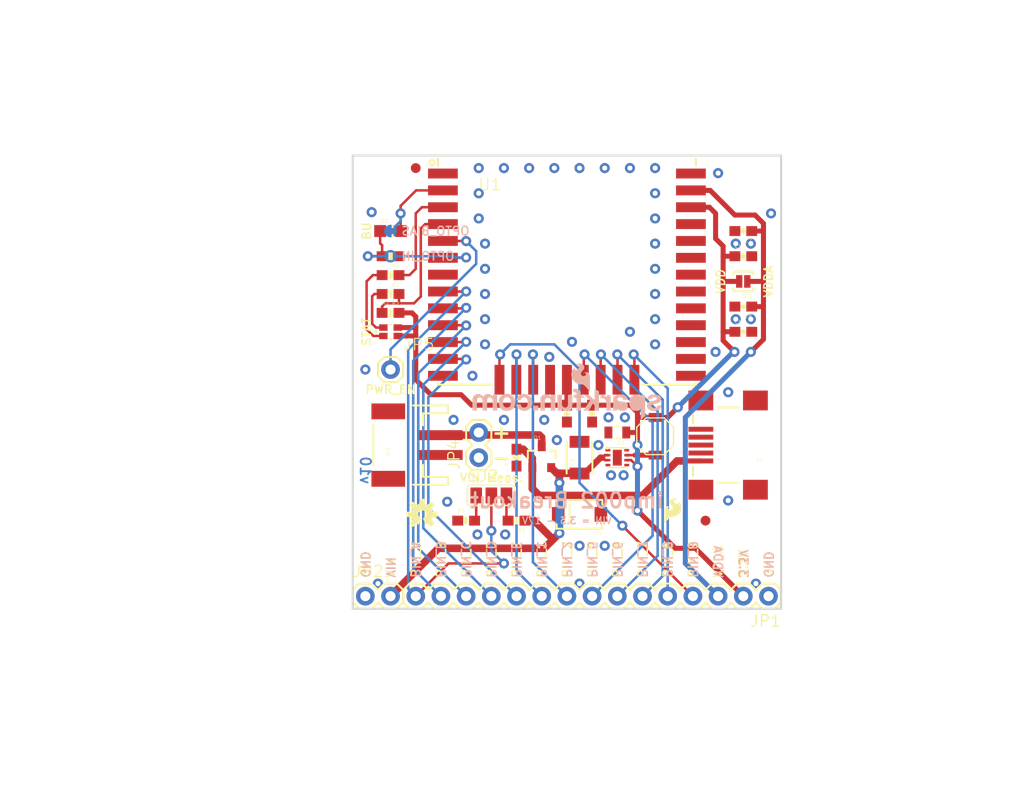
<source format=kicad_pcb>
(kicad_pcb (version 20211014) (generator pcbnew)
  (layers (0 "F.Cu" signal) (1 "In1.Cu" signal) (2 "In2.Cu" signal) (31 "B.Cu" signal) (34 "B.Paste" user) (35 "F.Paste" user) (36 "B.SilkS" user "B.Silkscreen") (37 "F.SilkS" user "F.Silkscreen") (38 "B.Mask" user) (39 "F.Mask" user) (44 "Edge.Cuts" user))
  (net 0 "")
  (net 1 "GND")
  (net 2 "3.3V")
  (net 3 "VIN")
  (net 4 "N$1")
  (net 5 "VBAT")
  (net 6 "PIN_1")
  (net 7 "PIN_2")
  (net 8 "PIN_5")
  (net 9 "PIN_6")
  (net 10 "PIN_7")
  (net 11 "PIN_8")
  (net 12 "PIN_9")
  (net 13 "PIN_A")
  (net 14 "PIN_B")
  (net 15 "PIN_C")
  (net 16 "PIN_D")
  (net 17 "PIN_E")
  (net 18 "VDDA")
  (net 19 "N$4")
  (net 20 "N$5")
  (net 21 "LED_R")
  (net 22 "LED_G")
  (net 23 "OPTO_BIAS")
  (net 24 "OPTO_IN")
  (net 25 "POWER_EN")
  (net 26 "N$2")
  (net 27 "N$6")
  (net 28 "N$7")
  (footprint "boardEagle:1X02" (layer "F.Cu") (at 139.6111 112.6236 90)
    (fp_text reference "JP4")
    (fp_text value "M02PTH")
  )
  (footprint "boardEagle:STAND-OFF" (layer "F.Cu") (at 167.5511 120.2436)
    (fp_text reference "STANDOFF4" hide)
    (fp_text value "STAND-OFF" hide)
  )
  (footprint "boardEagle:0603-CAP" (layer "F.Cu") (at 148.5011 108.1786 -90)
    (fp_text reference "C3")
    (fp_text value "100pF")
  )
  (footprint "boardEagle:1X01" (layer "F.Cu") (at 130.7211 103.7336)
    (fp_text reference "JP5")
    (fp_text value "M01PTH")
  )
  (footprint "boardEagle:0603-RES" (layer "F.Cu") (at 130.7211 92.3036 180)
    (fp_text reference "R4")
    (fp_text value "33k")
  )
  (footprint "boardEagle:1X15" (layer "F.Cu") (at 168.8211 126.5936 180)
    (fp_text reference "JP1")
    (fp_text value "M15")
  )
  (footprint "boardEagle:PAD-JUMPER-3-NO_YES_SILK_FULL_BOX" (layer "F.Cu") (at 140.8811 116.4336)
    (fp_text reference "SJ2")
    (fp_text value "JUMPER-PAD-3-NOFULL_BOX_SILK")
  )
  (footprint "boardEagle:STAND-OFF" (layer "F.Cu") (at 167.5511 84.6836)
    (fp_text reference "STANDOFF2" hide)
    (fp_text value "STAND-OFF" hide)
  )
  (footprint "boardEagle:VLF4012A" (layer "F.Cu") (at 157.3911 110.4646 90)
    (fp_text reference "L1" hide)
    (fp_text value "2.2uH" hide)
  )
  (footprint "boardEagle:PAD-JUMPER-2-NC_BY_PASTE_YES_SILK" (layer "F.Cu") (at 166.2811 94.8436 180)
    (fp_text reference "SJ1")
    (fp_text value "JUMPER-PAD-2-NC_BY_PASTE")
  )
  (footprint "boardEagle:SMA-DIODE" (layer "F.Cu") (at 149.7711 118.3386 180)
    (fp_text reference "D1")
    (fp_text value "MBRA140")
  )
  (footprint "boardEagle:0603-RES" (layer "F.Cu") (at 130.7211 98.0186)
    (fp_text reference "R7")
    (fp_text value "10K")
  )
  (footprint "boardEagle:0603-CAP" (layer "F.Cu") (at 166.2811 97.3836 180)
    (fp_text reference "C8")
    (fp_text value "DNP")
  )
  (footprint "boardEagle:WSON-8-PAD" (layer "F.Cu") (at 153.5811 112.6236 -90)
    (fp_text reference "U2" hide)
    (fp_text value "TPS62172" hide)
  )
  (footprint "boardEagle:LTST-C195KGJRKT" (layer "F.Cu") (at 130.7211 99.9236 -90)
    (fp_text reference "D2" hide)
    (fp_text value "LED-RGLTST-C195KGJRKT" hide)
  )
  (footprint "boardEagle:1X02" (layer "F.Cu") (at 128.1811 126.5936)
    (fp_text reference "JP2")
    (fp_text value "M02PTH")
  )
  (footprint "boardEagle:0603-RES" (layer "F.Cu") (at 143.4211 112.6236 90)
    (fp_text reference "R1")
    (fp_text value "100k")
  )
  (footprint "boardEagle:FIDUCIAL-1X2" (layer "F.Cu") (at 162.4711 118.9736)
    (fp_text reference "FID2" hide)
    (fp_text value "FIDUCIAL1X2" hide)
  )
  (footprint "boardEagle:1210" (layer "F.Cu") (at 149.7711 112.6236 90)
    (fp_text reference "C1")
    (fp_text value "10uF")
  )
  (footprint "boardEagle:JST-2-SMD" (layer "F.Cu") (at 131.9911 111.3536 90)
    (fp_text reference "JP3")
    (fp_text value "M02-JST-2MM-SMT")
  )
  (footprint "boardEagle:FIDUCIAL-1X2" (layer "F.Cu") (at 133.2611 83.4136)
    (fp_text reference "FID1" hide)
    (fp_text value "FIDUCIAL1X2" hide)
  )
  (footprint "boardEagle:STAND-OFF" (layer "F.Cu") (at 129.4511 120.2436)
    (fp_text reference "STANDOFF3" hide)
    (fp_text value "STAND-OFF" hide)
  )
  (footprint "boardEagle:SOT23-3" (layer "F.Cu") (at 145.9611 112.6236)
    (fp_text reference "Q1")
    (fp_text value "DMG2307L")
  )
  (footprint "boardEagle:0603-CAP" (layer "F.Cu") (at 166.2811 99.9236)
    (fp_text reference "C6")
    (fp_text value "1.0uF")
  )
  (footprint "boardEagle:PT17-21C-L41-TR8" (layer "F.Cu") (at 130.7211 89.7636 -90)
    (fp_text reference "Q2")
    (fp_text value "PT17-21C-L41-TR8")
  )
  (footprint "boardEagle:CREATIVE_COMMONS" (layer "F.Cu") (at 111.6711 144.3736)
    (fp_text reference "FRAME1" hide)
    (fp_text value "FRAME-LETTER" hide)
  )
  (footprint "boardEagle:0603-RES" (layer "F.Cu") (at 130.7211 96.1136 180)
    (fp_text reference "R2")
    (fp_text value "330")
  )
  (footprint "boardEagle:STAND-OFF" (layer "F.Cu") (at 129.4511 84.6836)
    (fp_text reference "STANDOFF1" hide)
    (fp_text value "STAND-OFF" hide)
  )
  (footprint "boardEagle:USB-MINIB" (layer "F.Cu") (at 164.5031 111.3536 180)
    (fp_text reference "X1")
    (fp_text value "USBSMD")
  )
  (footprint "boardEagle:0805" (layer "F.Cu") (at 153.5811 110.0836 180)
    (fp_text reference "C2")
    (fp_text value "22uF")
  )
  (footprint "boardEagle:0603-RES" (layer "F.Cu") (at 130.7211 94.2086 180)
    (fp_text reference "R3")
    (fp_text value "330")
  )
  (footprint "boardEagle:0603-RES" (layer "F.Cu") (at 138.3411 118.9736)
    (fp_text reference "R6")
    (fp_text value "62k")
  )
  (footprint "boardEagle:0603-CAP" (layer "F.Cu") (at 166.2811 92.3036)
    (fp_text reference "C5")
    (fp_text value "100pF")
  )
  (footprint "boardEagle:0603-CAP" (layer "F.Cu") (at 166.2811 89.7636 180)
    (fp_text reference "C7")
    (fp_text value "100pF")
  )
  (footprint "boardEagle:OSHW-LOGO-S" (layer "F.Cu") (at 133.8961 118.3386)
    (fp_text reference "LOGO1" hide)
    (fp_text value "OSHW-LOGOS" hide)
  )
  (footprint "boardEagle:SFE_LOGO_FLAME_.1" (layer "F.Cu") (at 158.0261 119.6086)
    (fp_text reference "LOGO2" hide)
    (fp_text value "SFE_LOGO_FLAME.1_INCH" hide)
  )
  (footprint "boardEagle:0603-RES" (layer "F.Cu") (at 143.4211 118.9736 180)
    (fp_text reference "R5")
    (fp_text value "33k")
  )
  (footprint "boardEagle:0603-CAP" (layer "F.Cu") (at 151.0411 108.1786 -90)
    (fp_text reference "C4")
    (fp_text value "1.0uF")
  )
  (footprint "boardEagle:ELECTRIC_IMP_IMP002" (layer "F.Cu") (at 148.5011 89.7636)
    (fp_text reference "U1")
    (fp_text value "imp002")
  )
  (footprint "boardEagle:PAD.03X.05" (layer "B.Cu") (at 130.7211 89.7636 180)
    (fp_text reference "TP1" hide)
    (fp_text value "TEST-POINT3X5" hide)
  )
  (footprint "boardEagle:PAD.03X.05" (layer "B.Cu") (at 130.7211 92.3036 180)
    (fp_text reference "TP2" hide)
    (fp_text value "TEST-POINT3X5" hide)
  )
  (footprint "boardEagle:SFE-NEW-WEBLOGO" (layer "B.Cu") (at 158.0261 108.8136 180)
    (fp_text reference "U$9" hide)
    (fp_text value "SFE_LOGO_NAME_WEB" hide)
  )
  (gr_line (start 170.0911 82.1436) (end 126.9111 82.1436) (layer "Edge.Cuts") (width 0.2032))
  (gr_line (start 126.9111 127.8636) (end 170.0911 127.8636) (layer "Edge.Cuts") (width 0.2032))
  (gr_line (start 170.0911 127.8636) (end 170.0911 82.1436) (layer "Edge.Cuts") (width 0.2032))
  (gr_line (start 126.9111 82.1436) (end 126.9111 127.8636) (layer "Edge.Cuts") (width 0.2032))
  (gr_text "v10" (at 128.1811 113.8936 -90) (layer "B.Cu") (effects (font (size 1.03632 1.03632) (thickness 0.18288)) (justify mirror)))
  (gr_text "PIN_6" (at 153.5811 124.8156 -90) (layer "B.SilkS") (effects (font (size 0.8636 0.8636) (thickness 0.1524)) (justify left mirror)))
  (gr_text "PIN_7" (at 156.1211 124.8156 -90) (layer "B.SilkS") (effects (font (size 0.8636 0.8636) (thickness 0.1524)) (justify left mirror)))
  (gr_text "PIN_E" (at 143.4211 124.8156 -90) (layer "B.SilkS") (effects (font (size 0.8636 0.8636) (thickness 0.1524)) (justify left mirror)))
  (gr_text "GND" (at 128.1811 124.8156 -90) (layer "B.SilkS") (effects (font (size 0.8636 0.8636) (thickness 0.1524)) (justify left mirror)))
  (gr_text "PIN_8" (at 158.6611 124.8156 -90) (layer "B.SilkS") (effects (font (size 0.8636 0.8636) (thickness 0.1524)) (justify left mirror)))
  (gr_text "PIN_D" (at 140.8811 124.8156 -90) (layer "B.SilkS") (effects (font (size 0.8636 0.8636) (thickness 0.1524)) (justify left mirror)))
  (gr_text "OPTO_BIAS" (at 131.7371 89.7636) (layer "B.SilkS") (effects (font (size 0.8636 0.8636) (thickness 0.1524)) (justify right mirror)))
  (gr_text "PIN_1" (at 145.9611 124.8156 -90) (layer "B.SilkS") (effects (font (size 0.8636 0.8636) (thickness 0.1524)) (justify left mirror)))
  (gr_text "imp002 Breakout" (at 148.5011 116.9416) (layer "B.SilkS") (effects (font (size 1.5113 1.5113) (thickness 0.2667)) (justify mirror)))
  (gr_text "VDDA" (at 163.7411 124.8156 -90) (layer "B.SilkS") (effects (font (size 0.8636 0.8636) (thickness 0.1524)) (justify left mirror)))
  (gr_text "PIN_C" (at 138.3411 124.8156 -90) (layer "B.SilkS") (effects (font (size 0.8636 0.8636) (thickness 0.1524)) (justify left mirror)))
  (gr_text "VIN" (at 130.7211 124.8156 -90) (layer "B.SilkS") (effects (font (size 0.8636 0.8636) (thickness 0.1524)) (justify left mirror)))
  (gr_text "PIN_A" (at 133.2611 124.8156 -90) (layer "B.SilkS") (effects (font (size 0.8636 0.8636) (thickness 0.1524)) (justify left mirror)))
  (gr_text "VIN = 3.3 - 17V" (at 148.5011 118.9736) (layer "B.SilkS") (effects (font (size 0.69088 0.69088) (thickness 0.12192)) (justify mirror)))
  (gr_text "3.3V" (at 166.2811 124.8156 -90) (layer "B.SilkS") (effects (font (size 0.8636 0.8636) (thickness 0.1524)) (justify left mirror)))
  (gr_text "PIN_2" (at 148.5011 124.8156 -90) (layer "B.SilkS") (effects (font (size 0.8636 0.8636) (thickness 0.1524)) (justify left mirror)))
  (gr_text "PIN_5" (at 151.0411 124.8156 -90) (layer "B.SilkS") (effects (font (size 0.8636 0.8636) (thickness 0.1524)) (justify left mirror)))
  (gr_text "OPTO_IN" (at 131.7371 92.3036) (layer "B.SilkS") (effects (font (size 0.8636 0.8636) (thickness 0.1524)) (justify right mirror)))
  (gr_text "GND" (at 168.8211 124.8156 -90) (layer "B.SilkS") (effects (font (size 0.8636 0.8636) (thickness 0.1524)) (justify left mirror)))
  (gr_text "PIN_B" (at 135.8011 124.8156 -90) (layer "B.SilkS") (effects (font (size 0.8636 0.8636) (thickness 0.1524)) (justify left mirror)))
  (gr_text "PIN_9" (at 161.2011 124.8156 -90) (layer "B.SilkS") (effects (font (size 0.8636 0.8636) (thickness 0.1524)) (justify left mirror)))
  (gr_text "PIN_8" (at 158.6611 124.8156 90) (layer "F.SilkS") (effects (font (size 0.8636 0.8636) (thickness 0.1524)) (justify left)))
  (gr_text "PIN_2" (at 148.5011 124.8156 90) (layer "F.SilkS") (effects (font (size 0.8636 0.8636) (thickness 0.1524)) (justify left)))
  (gr_text "PIN_7" (at 156.1211 124.8156 90) (layer "F.SilkS") (effects (font (size 0.8636 0.8636) (thickness 0.1524)) (justify left)))
  (gr_text "PIN_A" (at 133.2611 124.8156 90) (layer "F.SilkS") (effects (font (size 0.8636 0.8636) (thickness 0.1524)) (justify left)))
  (gr_text "PIN_D" (at 140.8811 124.8156 90) (layer "F.SilkS") (effects (font (size 0.8636 0.8636) (thickness 0.1524)) (justify left)))
  (gr_text "GND" (at 128.1811 124.8156 90) (layer "F.SilkS") (effects (font (size 0.8636 0.8636) (thickness 0.1524)) (justify left)))
  (gr_text "PWR_EN" (at 130.7211 106.2736) (layer "F.SilkS") (effects (font (size 0.8636 0.8636) (thickness 0.1524)) (justify bottom)))
  (gr_text "PIN_B" (at 135.8011 124.8156 90) (layer "F.SilkS") (effects (font (size 0.8636 0.8636) (thickness 0.1524)) (justify left)))
  (gr_text "PIN_9" (at 161.2011 124.8156 90) (layer "F.SilkS") (effects (font (size 0.8636 0.8636) (thickness 0.1524)) (justify left)))
  (gr_text "VDDA" (at 168.3131 94.8436 90) (layer "F.SilkS") (effects (font (size 0.8636 0.8636) (thickness 0.1524)) (justify top)))
  (gr_text "PIN_5" (at 151.0411 124.8156 90) (layer "F.SilkS") (effects (font (size 0.8636 0.8636) (thickness 0.1524)) (justify left)))
  (gr_text "VIN Meas." (at 140.8811 115.1636) (layer "F.SilkS") (effects (font (size 0.8636 0.8636) (thickness 0.1524)) (justify bottom)))
  (gr_text "BU" (at 128.8161 89.7636 90) (layer "F.SilkS") (effects (font (size 0.8636 0.8636) (thickness 0.1524)) (justify bottom)))
  (gr_text "+" (at 141.8971 110.9726) (layer "F.SilkS") (effects (font (size 1.5113 1.5113) (thickness 0.2667)) (justify bottom)))
  (gr_text "VDDA" (at 163.7411 124.8156 90) (layer "F.SilkS") (effects (font (size 0.8636 0.8636) (thickness 0.1524)) (justify left)))
  (gr_text "PIN_1" (at 145.9611 124.8156 90) (layer "F.SilkS") (effects (font (size 0.8636 0.8636) (thickness 0.1524)) (justify left)))
  (gr_text "GND" (at 168.8211 124.8156 90) (layer "F.SilkS") (effects (font (size 0.8636 0.8636) (thickness 0.1524)) (justify left)))
  (gr_text "PIN_6" (at 153.5811 124.8156 90) (layer "F.SilkS") (effects (font (size 0.8636 0.8636) (thickness 0.1524)) (justify left)))
  (gr_text "PIN_C" (at 138.3411 124.8156 90) (layer "F.SilkS") (effects (font (size 0.8636 0.8636) (thickness 0.1524)) (justify left)))
  (gr_text "3.3V" (at 166.2811 124.8156 90) (layer "F.SilkS") (effects (font (size 0.8636 0.8636) (thickness 0.1524)) (justify left)))
  (gr_text "VDD" (at 164.5031 94.8436 90) (layer "F.SilkS") (effects (font (size 0.8636 0.8636) (thickness 0.1524)) (justify bottom)))
  (gr_text "VIN" (at 130.7211 124.8156 90) (layer "F.SilkS") (effects (font (size 0.8636 0.8636) (thickness 0.1524)) (justify left)))
  (gr_text "PIN_E" (at 143.4211 124.8156 90) (layer "F.SilkS") (effects (font (size 0.8636 0.8636) (thickness 0.1524)) (justify left)))
  (gr_text "-" (at 141.8971 113.5126) (layer "F.SilkS") (effects (font (size 1.5113 1.5113) (thickness 0.2667)) (justify bottom)))
  (gr_text "STAT" (at 128.8161 99.9236 90) (layer "F.SilkS") (effects (font (size 0.8636 0.8636) (thickness 0.1524)) (justify bottom)))
  (via (at 165.5191 91.0336) (size 1.016) (drill 0.508) (layers "F.Cu" "B.Cu") (net 1))
  (via (at 139.6111 88.4936) (size 1.016) (drill 0.508) (layers "F.Cu" "B.Cu") (net 1))
  (via (at 140.2461 93.5736) (size 1.016) (drill 0.508) (layers "F.Cu" "B.Cu") (net 1))
  (via (at 151.6761 111.3536) (size 1.016) (drill 0.508) (layers "F.Cu" "B.Cu") (net 1))
  (via (at 149.7711 83.4136) (size 1.016) (drill 0.508) (layers "F.Cu" "B.Cu") (net 1))
  (via (at 137.0711 108.8136) (size 1.016) (drill 0.508) (layers "F.Cu" "B.Cu") (net 1))
  (via (at 163.7411 83.9216) (size 1.016) (drill 0.508) (layers "F.Cu" "B.Cu") (net 1))
  (via (at 157.3911 83.4136) (size 1.016) (drill 0.508) (layers "F.Cu" "B.Cu") (net 1))
  (via (at 169.0751 87.9856) (size 1.016) (drill 0.508) (layers "F.Cu" "B.Cu") (net 1))
  (via (at 136.4361 117.0686) (size 1.016) (drill 0.508) (layers "F.Cu" "B.Cu") (net 1))
  (via (at 144.6911 83.4136) (size 1.016) (drill 0.508) (layers "F.Cu" "B.Cu") (net 1))
  (via (at 140.2461 91.0336) (size 1.016) (drill 0.508) (layers "F.Cu" "B.Cu") (net 1))
  (via (at 164.7571 106.0196) (size 1.016) (drill 0.508) (layers "F.Cu" "B.Cu") (net 1))
  (via (at 157.3911 93.5736) (size 1.016) (drill 0.508) (layers "F.Cu" "B.Cu") (net 1))
  (via (at 149.0091 100.9396) (size 1.016) (drill 0.508) (layers "F.Cu" "B.Cu") (net 1))
  (via (at 152.6921 108.5596) (size 1.016) (drill 0.508) (layers "F.Cu" "B.Cu") (net 1))
  (via (at 142.1511 108.8136) (size 1.016) (drill 0.508) (layers "F.Cu" "B.Cu") (net 1))
  (via (at 146.2151 108.8136) (size 1.016) (drill 0.508) (layers "F.Cu" "B.Cu") (net 1))
  (via (at 167.5511 125.3236) (size 1.016) (drill 0.508) (layers "F.Cu" "B.Cu") (net 1))
  (via (at 154.2161 114.4016) (size 1.016) (drill 0.508) (layers "F.Cu" "B.Cu") (net 1))
  (via (at 128.8161 87.8586) (size 1.016) (drill 0.508) (layers "F.Cu" "B.Cu") (net 1))
  (via (at 164.7571 116.9416) (size 1.016) (drill 0.508) (layers "F.Cu" "B.Cu") (net 1))
  (via (at 139.6111 83.4136) (size 1.016) (drill 0.508) (layers "F.Cu" "B.Cu") (net 1))
  (via (at 157.3911 96.1136) (size 1.016) (drill 0.508) (layers "F.Cu" "B.Cu") (net 1))
  (via (at 140.2461 98.6536) (size 1.016) (drill 0.508) (layers "F.Cu" "B.Cu") (net 1))
  (via (at 157.3911 88.4936) (size 1.016) (drill 0.508) (layers "F.Cu" "B.Cu") (net 1))
  (via (at 138.9761 104.3686) (size 1.016) (drill 0.508) (layers "F.Cu" "B.Cu") (net 1))
  (via (at 163.4871 101.9556) (size 1.016) (drill 0.508) (layers "F.Cu" "B.Cu") (net 1))
  (via (at 142.2781 120.3706) (size 1.016) (drill 0.508) (layers "F.Cu" "B.Cu") (net 1))
  (via (at 157.3911 98.6536) (size 1.016) (drill 0.508) (layers "F.Cu" "B.Cu") (net 1))
  (via (at 167.0431 91.0336) (size 1.016) (drill 0.508) (layers "F.Cu" "B.Cu") (net 1))
  (via (at 152.3111 83.4136) (size 1.016) (drill 0.508) (layers "F.Cu" "B.Cu") (net 1))
  (via (at 157.3911 91.0336) (size 1.016) (drill 0.508) (layers "F.Cu" "B.Cu") (net 1))
  (via (at 128.1811 103.7336) (size 1.016) (drill 0.508) (layers "F.Cu" "B.Cu") (net 1))
  (via (at 129.4511 125.3236) (size 1.016) (drill 0.508) (layers "F.Cu" "B.Cu") (net 1))
  (via (at 139.4841 120.3706) (size 1.016) (drill 0.508) (layers "F.Cu" "B.Cu") (net 1))
  (via (at 152.9461 114.4016) (size 1.016) (drill 0.508) (layers "F.Cu" "B.Cu") (net 1))
  (via (at 154.8511 83.4136) (size 1.016) (drill 0.508) (layers "F.Cu" "B.Cu") (net 1))
  (via (at 147.2311 83.4136) (size 1.016) (drill 0.508) (layers "F.Cu" "B.Cu") (net 1))
  (via (at 142.1511 83.4136) (size 1.016) (drill 0.508) (layers "F.Cu" "B.Cu") (net 1))
  (via (at 157.3911 85.9536) (size 1.016) (drill 0.508) (layers "F.Cu" "B.Cu") (net 1))
  (via (at 139.6111 85.9536) (size 1.016) (drill 0.508) (layers "F.Cu" "B.Cu") (net 1))
  (via (at 157.3911 101.1936) (size 1.016) (drill 0.508) (layers "F.Cu" "B.Cu") (net 1))
  (via (at 140.2461 96.1136) (size 1.016) (drill 0.508) (layers "F.Cu" "B.Cu") (net 1))
  (via (at 147.4851 110.8456) (size 1.016) (drill 0.508) (layers "F.Cu" "B.Cu") (net 1))
  (via (at 167.0431 98.6536) (size 1.016) (drill 0.508) (layers "F.Cu" "B.Cu") (net 1))
  (via (at 140.2461 101.1936) (size 1.016) (drill 0.508) (layers "F.Cu" "B.Cu") (net 1))
  (via (at 149.7711 125.3236) (size 1.016) (drill 0.508) (layers "F.Cu" "B.Cu") (net 1))
  (via (at 149.7711 121.5136) (size 1.016) (drill 0.508) (layers "F.Cu" "B.Cu") (net 1))
  (via (at 154.8511 99.9236) (size 1.016) (drill 0.508) (layers "F.Cu" "B.Cu") (net 1))
  (via (at 146.7231 102.4636) (size 1.016) (drill 0.508) (layers "F.Cu" "B.Cu") (net 1))
  (via (at 165.5191 98.6536) (size 1.016) (drill 0.508) (layers "F.Cu" "B.Cu") (net 1))
  (via (at 154.3431 108.5596) (size 1.016) (drill 0.508) (layers "F.Cu" "B.Cu") (net 1))
  (via (at 152.3111 121.5136) (size 1.016) (drill 0.508) (layers "F.Cu" "B.Cu") (net 1))
  (segment (start 133.2611 99.4156) (end 133.2611 100.3046) (width 0.508) (layer "F.Cu") (net 2))
  (segment (start 154.5311 112.8736) (end 154.9741 112.8736) (width 0.254) (layer "F.Cu") (net 2))
  (segment (start 164.2491 94.8436) (end 164.2491 92.3036) (width 0.508) (layer "F.Cu") (net 2))
  (segment (start 155.6131 110.109) (end 155.6131 108.5596) (width 0.508) (layer "F.Cu") (net 2))
  (segment (start 159.4231 121.7676) (end 155.6131 117.9576) (width 0.508) (layer "F.Cu") (net 2))
  (segment (start 164.2491 100.8126) (end 164.2491 99.9236) (width 0.508) (layer "F.Cu") (net 2))
  (segment (start 154.4811 110.0836) (end 155.5877 110.0836) (width 0.508) (layer "F.Cu") (net 2))
  (segment (start 165.4311 92.3036) (end 164.2491 92.3036) (width 0.508) (layer "F.Cu") (net 2))
  (segment (start 133.2611 104.7496) (end 134.7851 106.2736) (width 0.508) (layer "F.Cu") (net 2))
  (segment (start 161.4551 121.7676) (end 159.4231 121.7676) (width 0.508) (layer "F.Cu") (net 2))
  (segment (start 133.2171 100.3486) (end 133.2611 100.3046) (width 0.508) (layer "F.Cu") (net 2))
  (segment (start 131.4461 100.3486) (end 133.2171 100.3486) (width 0.508) (layer "F.Cu") (net 2))
  (segment (start 165.8684 94.8436) (end 164.2491 94.8436) (width 0.508) (layer "F.Cu") (net 2))
  (segment (start 164.2491 92.3036) (end 164.2491 91.2876) (width 0.508) (layer "F.Cu") (net 2))
  (segment (start 151.0411 107.3286) (end 154.8901 107.3286) (width 0.508) (layer "F.Cu") (net 2))
  (segment (start 133.2611 100.3046) (end 133.2611 104.7496) (width 0.508) (layer "F.Cu") (net 2))
  (segment (start 158.6561 108.5646) (end 159.6771 107.5436) (width 0.508) (layer "F.Cu") (net 2))
  (segment (start 165.4311 99.9236) (end 164.2491 99.9236) (width 0.508) (layer "F.Cu") (net 2))
  (segment (start 148.5011 104.7636) (end 148.5011 107.3286) (width 0.508) (layer "F.Cu") (net 2))
  (segment (start 164.2491 91.2876) (end 163.4871 90.5256) (width 0.508) (layer "F.Cu") (net 2))
  (segment (start 164.2491 99.9236) (end 164.2491 94.8436) (width 0.508) (layer "F.Cu") (net 2))
  (segment (start 133.1781 99.4986) (end 133.2611 99.4156) (width 0.508) (layer "F.Cu") (net 2))
  (segment (start 132.8801 98.0186) (end 133.2611 98.3996) (width 0.508) (layer "F.Cu") (net 2))
  (segment (start 131.5711 98.0186) (end 132.8801 98.0186) (width 0.508) (layer "F.Cu") (net 2))
  (segment (start 157.3911 108.5646) (end 158.6561 108.5646) (width 0.508) (layer "F.Cu") (net 2))
  (segment (start 157.3911 108.5646) (end 155.6181 108.5646) (width 0.508) (layer "F.Cu") (net 2))
  (segment (start 148.5011 107.3286) (end 138.8881 107.3286) (width 0.508) (layer "F.Cu") (net 2))
  (segment (start 133.2611 98.3996) (end 133.2611 99.4156) (width 0.508) (layer "F.Cu") (net 2))
  (segment (start 163.4871 90.5256) (end 163.4871 87.9856) (width 0.508) (layer "F.Cu") (net 2))
  (segment (start 151.0411 107.3286) (end 148.5011 107.3286) (width 0.508) (layer "F.Cu") (net 2))
  (segment (start 161.0011 87.3636) (end 162.8651 87.3636) (width 0.508) (layer "F.Cu") (net 2))
  (segment (start 154.9741 112.8736) (end 155.6131 113.5126) (width 0.254) (layer "F.Cu") (net 2))
  (segment (start 164.2491 100.8126) (end 165.3921 101.9556) (width 0.508) (layer "F.Cu") (net 2))
  (segment (start 155.5877 110.0836) (end 155.6131 110.109) (width 0.508) (layer "F.Cu") (net 2))
  (segment (start 163.4871 87.9856) (end 162.8651 87.3636) (width 0.508) (layer "F.Cu") (net 2))
  (segment (start 137.8331 106.2736) (end 138.8881 107.3286) (width 0.508) (layer "F.Cu") (net 2))
  (segment (start 134.7851 106.2736) (end 137.8331 106.2736) (width 0.508) (layer "F.Cu") (net 2))
  (segment (start 131.4461 99.4986) (end 133.1781 99.4986) (width 0.508) (layer "F.Cu") (net 2))
  (segment (start 155.6131 111.3536) (end 155.6131 110.109) (width 0.508) (layer "F.Cu") (net 2))
  (segment (start 161.4551 121.7676) (end 166.2811 126.5936) (width 0.508) (layer "F.Cu") (net 2))
  (segment (start 155.6181 108.5646) (end 155.6131 108.5596) (width 0.508) (layer "F.Cu") (net 2))
  (segment (start 154.8901 107.3286) (end 155.6131 108.0516) (width 0.508) (layer "F.Cu") (net 2))
  (segment (start 155.6131 108.5596) (end 155.6131 108.0516) (width 0.508) (layer "F.Cu") (net 2))
  (via (at 159.6771 107.5436) (size 1.016) (drill 0.508) (layers "F.Cu" "B.Cu") (net 2))
  (via (at 165.3921 101.9556) (size 1.016) (drill 0.508) (layers "F.Cu" "B.Cu") (net 2))
  (via (at 155.6131 111.3536) (size 1.016) (drill 0.508) (layers "F.Cu" "B.Cu") (net 2))
  (via (at 155.6131 117.9576) (size 1.016) (drill 0.508) (layers "F.Cu" "B.Cu") (net 2))
  (via (at 155.6131 113.5126) (size 1.016) (drill 0.508) (layers "F.Cu" "B.Cu") (net 2))
  (segment (start 165.3921 101.9556) (end 165.2651 101.9556) (width 0.508) (layer "B.Cu") (net 2))
  (segment (start 155.6131 113.5126) (end 155.6131 117.9576) (width 0.508) (layer "B.Cu") (net 2))
  (segment (start 155.6131 111.3536) (end 155.6131 113.5126) (width 0.508) (layer "B.Cu") (net 2))
  (segment (start 159.6771 107.5436) (end 165.2651 101.9556) (width 0.508) (layer "B.Cu") (net 2))
  (segment (start 152.6311 112.8736) (end 152.3071 112.8736) (width 0.254) (layer "F.Cu") (net 3))
  (segment (start 152.3071 112.3736) (end 152.0571 112.6236) (width 0.254) (layer "F.Cu") (net 3))
  (segment (start 147.7391 114.1984) (end 149.7459 114.1984) (width 0.762) (layer "F.Cu") (net 3))
  (segment (start 152.0571 112.6236) (end 151.8793 112.6236) (width 0.635) (layer "F.Cu") (net 3))
  (segment (start 135.5471 121.7676) (end 130.7211 126.5936) (width 0.762) (layer "F.Cu") (net 3))
  (segment (start 146.2151 121.7676) (end 135.5471 121.7676) (width 0.762) (layer "F.Cu") (net 3))
  (segment (start 150.3045 114.1984) (end 149.7963 114.1984) (width 0.635) (layer "F.Cu") (net 3))
  (segment (start 147.7391 118.4566) (end 147.6211 118.3386) (width 0.762) (layer "F.Cu") (net 3))
  (segment (start 147.1041 120.8786) (end 147.7391 120.2436) (width 0.762) (layer "F.Cu") (net 3))
  (segment (start 147.4859 114.1984) (end 147.7391 114.1984) (width 0.762) (layer "F.Cu") (net 3))
  (segment (start 152.6311 112.3736) (end 152.3071 112.3736) (width 0.254) (layer "F.Cu") (net 3))
  (segment (start 147.7391 115.1636) (end 147.7391 114.1984) (width 0.762) (layer "F.Cu") (net 3))
  (segment (start 149.7963 114.1984) (end 149.7711 114.2236) (width 0.635) (layer "F.Cu") (net 3))
  (segment (start 144.2711 118.9736) (end 145.1991 118.9736) (width 0.762) (layer "F.Cu") (net 3))
  (segment (start 145.1991 118.9736) (end 147.1041 120.8786) (width 0.762) (layer "F.Cu") (net 3))
  (segment (start 147.7391 120.2436) (end 147.7391 118.4566) (width 0.762) (layer "F.Cu") (net 3))
  (segment (start 147.4859 114.1984) (end 146.9111 113.6236) (width 0.762) (layer "F.Cu") (net 3))
  (segment (start 152.3071 112.8736) (end 152.0571 112.6236) (width 0.254) (layer "F.Cu") (net 3))
  (segment (start 149.7459 114.1984) (end 149.7711 114.2236) (width 0.762) (layer "F.Cu") (net 3))
  (segment (start 147.1041 120.8786) (end 146.2151 121.7676) (width 0.762) (layer "F.Cu") (net 3))
  (segment (start 151.8793 112.6236) (end 150.3045 114.1984) (width 0.635) (layer "F.Cu") (net 3))
  (via (at 147.7391 115.1636) (size 1.016) (drill 0.508) (layers "F.Cu" "B.Cu") (net 3))
  (via (at 147.7391 120.2436) (size 1.016) (drill 0.508) (layers "F.Cu" "B.Cu") (net 3))
  (segment (start 147.7391 115.1636) (end 147.7391 120.2436) (width 0.762) (layer "B.Cu") (net 3))
  (segment (start 155.3591 112.3696) (end 157.3861 112.3696) (width 0.508) (layer "F.Cu") (net 4))
  (segment (start 154.5351 112.3696) (end 155.3591 112.3696) (width 0.254) (layer "F.Cu") (net 4))
  (segment (start 154.5351 112.3696) (end 154.5311 112.3736) (width 0.254) (layer "F.Cu") (net 4))
  (segment (start 157.3861 112.3696) (end 157.3911 112.3646) (width 0.508) (layer "F.Cu") (net 4))
  (segment (start 139.8651 110.3376) (end 139.6111 110.0836) (width 0.762) (layer "F.Cu") (net 5))
  (segment (start 145.7071 110.3376) (end 139.8651 110.3376) (width 0.762) (layer "F.Cu") (net 5))
  (segment (start 139.3411 110.3536) (end 139.6111 110.0836) (width 0.762) (layer "F.Cu") (net 5))
  (segment (start 145.9611 110.5916) (end 145.7071 110.3376) (width 0.762) (layer "F.Cu") (net 5))
  (segment (start 135.6911 110.3536) (end 139.3411 110.3536) (width 0.762) (layer "F.Cu") (net 5))
  (segment (start 145.9611 111.5236) (end 145.9611 110.5916) (width 0.762) (layer "F.Cu") (net 5))
  (segment (start 143.4011 102.2296) (end 143.4211 102.2096) (width 0.254) (layer "F.Cu") (net 6))
  (segment (start 143.4011 104.7636) (end 143.4011 102.2296) (width 0.254) (layer "F.Cu") (net 6))
  (via (at 143.4211 102.2096) (size 1.016) (drill 0.508) (layers "F.Cu" "B.Cu") (net 6))
  (segment (start 145.9611 126.5936) (end 143.4211 124.0536) (width 0.254) (layer "B.Cu") (net 6))
  (segment (start 143.4211 124.0536) (end 143.4211 102.2096) (width 0.254) (layer "B.Cu") (net 6))
  (segment (start 145.1011 104.7636) (end 145.1011 102.2386) (width 0.254) (layer "F.Cu") (net 7))
  (segment (start 145.1011 102.2386) (end 145.0721 102.2096) (width 0.254) (layer "F.Cu") (net 7))
  (via (at 145.0721 102.2096) (size 1.016) (drill 0.508) (layers "F.Cu" "B.Cu") (net 7))
  (segment (start 145.0721 102.2096) (end 145.0721 123.1646) (width 0.254) (layer "B.Cu") (net 7))
  (segment (start 148.5011 126.5936) (end 145.0721 123.1646) (width 0.254) (layer "B.Cu") (net 7))
  (segment (start 150.2011 102.2876) (end 150.2791 102.2096) (width 0.254) (layer "F.Cu") (net 8))
  (segment (start 150.2011 104.7636) (end 150.2011 102.2876) (width 0.254) (layer "F.Cu") (net 8))
  (via (at 150.2791 102.2096) (size 1.016) (drill 0.508) (layers "F.Cu" "B.Cu") (net 8))
  (segment (start 151.0411 126.5936) (end 157.1371 120.4976) (width 0.254) (layer "B.Cu") (net 8))
  (segment (start 157.1371 109.0676) (end 150.2791 102.2096) (width 0.254) (layer "B.Cu") (net 8))
  (segment (start 157.1371 120.4976) (end 157.1371 109.0676) (width 0.254) (layer "B.Cu") (net 8))
  (segment (start 151.9011 102.2386) (end 151.9301 102.2096) (width 0.254) (layer "F.Cu") (net 9))
  (segment (start 151.9011 104.7636) (end 151.9011 102.2386) (width 0.254) (layer "F.Cu") (net 9))
  (via (at 151.9301 102.2096) (size 1.016) (drill 0.508) (layers "F.Cu" "B.Cu") (net 9))
  (segment (start 157.6451 107.9246) (end 157.3911 107.6706) (width 0.254) (layer "B.Cu") (net 9))
  (segment (start 153.5811 126.5936) (end 157.6451 122.5296) (width 0.254) (layer "B.Cu") (net 9))
  (segment (start 157.6451 122.5296) (end 157.6451 107.9246) (width 0.254) (layer "B.Cu") (net 9))
  (segment (start 157.3911 107.6706) (end 157.2006 107.4801) (width 0.254) (layer "B.Cu") (net 9))
  (segment (start 157.2006 107.4801) (end 151.9301 102.2096) (width 0.254) (layer "B.Cu") (net 9))
  (segment (start 153.6011 102.2296) (end 153.5811 102.2096) (width 0.254) (layer "F.Cu") (net 10))
  (segment (start 153.6011 104.7636) (end 153.6011 102.2296) (width 0.254) (layer "F.Cu") (net 10))
  (via (at 153.5811 102.2096) (size 1.016) (drill 0.508) (layers "F.Cu" "B.Cu") (net 10))
  (segment (start 158.1531 106.7816) (end 153.5811 102.2096) (width 0.254) (layer "B.Cu") (net 10))
  (segment (start 156.1211 126.5936) (end 158.1531 124.5616) (width 0.254) (layer "B.Cu") (net 10))
  (segment (start 158.1531 106.7816) (end 158.1531 124.5616) (width 0.254) (layer "B.Cu") (net 10))
  (segment (start 155.3011 102.2786) (end 155.2321 102.2096) (width 0.254) (layer "F.Cu") (net 11))
  (segment (start 155.3011 104.7636) (end 155.3011 102.2786) (width 0.254) (layer "F.Cu") (net 11))
  (via (at 155.2321 102.2096) (size 1.016) (drill 0.508) (layers "F.Cu" "B.Cu") (net 11))
  (segment (start 158.6611 105.6386) (end 155.2321 102.2096) (width 0.254) (layer "B.Cu") (net 11))
  (segment (start 158.6611 126.5936) (end 158.6611 105.6386) (width 0.254) (layer "B.Cu") (net 11))
  (segment (start 141.7011 102.2786) (end 141.7701 102.2096) (width 0.254) (layer "F.Cu") (net 12))
  (segment (start 161.2011 126.5936) (end 154.0891 119.4816) (width 0.254) (layer "F.Cu") (net 12))
  (segment (start 141.7011 104.7636) (end 141.7011 102.2786) (width 0.254) (layer "F.Cu") (net 12))
  (via (at 141.7701 102.2096) (size 1.016) (drill 0.508) (layers "F.Cu" "B.Cu") (net 12))
  (via (at 154.0891 119.4816) (size 1.016) (drill 0.508) (layers "F.Cu" "B.Cu") (net 12))
  (segment (start 154.0891 119.4816) (end 149.7711 115.1636) (width 0.254) (layer "B.Cu") (net 12))
  (segment (start 142.7861 101.1936) (end 141.7701 102.2096) (width 0.254) (layer "B.Cu") (net 12))
  (segment (start 149.7711 115.1636) (end 149.7711 103.7336) (width 0.254) (layer "B.Cu") (net 12))
  (segment (start 147.2311 101.1936) (end 142.7861 101.1936) (width 0.254) (layer "B.Cu") (net 12))
  (segment (start 147.2311 101.1936) (end 149.7711 103.7336) (width 0.254) (layer "B.Cu") (net 12))
  (segment (start 133.2611 126.5936) (end 136.5631 123.2916) (width 0.254) (layer "F.Cu") (net 13))
  (segment (start 136.0011 95.8636) (end 138.3371 95.8636) (width 0.254) (layer "F.Cu") (net 13))
  (segment (start 138.3371 95.8636) (end 138.3411 95.8596) (width 0.254) (layer "F.Cu") (net 13))
  (segment (start 136.5631 123.2916) (end 142.1511 123.2916) (width 0.254) (layer "F.Cu") (net 13))
  (segment (start 140.8811 116.4336) (end 140.8811 119.9896) (width 0.254) (layer "F.Cu") (net 13))
  (via (at 142.1511 123.2916) (size 1.016) (drill 0.508) (layers "F.Cu" "B.Cu") (net 13))
  (via (at 138.3411 95.8596) (size 1.016) (drill 0.508) (layers "F.Cu" "B.Cu") (net 13))
  (via (at 140.8811 119.9896) (size 1.016) (drill 0.508) (layers "F.Cu" "B.Cu") (net 13))
  (segment (start 142.1511 123.2916) (end 140.8811 122.0216) (width 0.254) (layer "B.Cu") (net 13))
  (segment (start 140.8811 122.0216) (end 140.8811 119.9896) (width 0.254) (layer "B.Cu") (net 13))
  (segment (start 132.4991 101.7016) (end 138.3411 95.8596) (width 0.254) (layer "B.Cu") (net 13))
  (segment (start 133.2611 126.5936) (end 132.4991 125.8316) (width 0.254) (layer "B.Cu") (net 13))
  (segment (start 132.4991 125.8316) (end 132.4991 101.7016) (width 0.254) (layer "B.Cu") (net 13))
  (segment (start 136.0011 97.5636) (end 138.2881 97.5636) (width 0.254) (layer "F.Cu") (net 14))
  (segment (start 138.2881 97.5636) (end 138.3411 97.5106) (width 0.254) (layer "F.Cu") (net 14))
  (via (at 138.3411 97.5106) (size 1.016) (drill 0.508) (layers "F.Cu" "B.Cu") (net 14))
  (segment (start 133.0071 102.8446) (end 138.3411 97.5106) (width 0.254) (layer "B.Cu") (net 14))
  (segment (start 135.8011 126.5936) (end 133.0071 123.7996) (width 0.254) (layer "B.Cu") (net 14))
  (segment (start 133.0071 123.7996) (end 133.0071 102.8446) (width 0.254) (layer "B.Cu") (net 14))
  (segment (start 136.0011 99.2636) (end 138.3161 99.2636) (width 0.254) (layer "F.Cu") (net 15))
  (segment (start 138.3161 99.2636) (end 138.3411 99.2886) (width 0.254) (layer "F.Cu") (net 15))
  (via (at 138.3411 99.2886) (size 1.016) (drill 0.508) (layers "F.Cu" "B.Cu") (net 15))
  (segment (start 133.5151 121.7676) (end 133.5151 104.1146) (width 0.254) (layer "B.Cu") (net 15))
  (segment (start 138.3411 126.5936) (end 133.5151 121.7676) (width 0.254) (layer "B.Cu") (net 15))
  (segment (start 133.5151 104.1146) (end 138.3411 99.2886) (width 0.254) (layer "B.Cu") (net 15))
  (segment (start 138.3171 100.9636) (end 138.3411 100.9396) (width 0.254) (layer "F.Cu") (net 16))
  (segment (start 136.0011 100.9636) (end 138.3171 100.9636) (width 0.254) (layer "F.Cu") (net 16))
  (via (at 138.3411 100.9396) (size 1.016) (drill 0.508) (layers "F.Cu" "B.Cu") (net 16))
  (segment (start 140.8811 126.5936) (end 134.0231 119.7356) (width 0.254) (layer "B.Cu") (net 16))
  (segment (start 134.0231 119.7356) (end 134.0231 105.2576) (width 0.254) (layer "B.Cu") (net 16))
  (segment (start 134.0231 105.2576) (end 138.3411 100.9396) (width 0.254) (layer "B.Cu") (net 16))
  (segment (start 136.0011 102.6636) (end 138.2871 102.6636) (width 0.254) (layer "F.Cu") (net 17))
  (segment (start 138.2871 102.6636) (end 138.3411 102.7176) (width 0.254) (layer "F.Cu") (net 17))
  (via (at 138.3411 102.7176) (size 1.016) (drill 0.508) (layers "F.Cu" "B.Cu") (net 17))
  (segment (start 134.5311 117.7036) (end 134.5311 106.5276) (width 0.254) (layer "B.Cu") (net 17))
  (segment (start 134.5311 106.5276) (end 138.3411 102.7176) (width 0.254) (layer "B.Cu") (net 17))
  (segment (start 143.4211 126.5936) (end 134.5311 117.7036) (width 0.254) (layer "B.Cu") (net 17))
  (segment (start 168.3131 89.0016) (end 167.4631 88.1516) (width 0.508) (layer "F.Cu") (net 18))
  (segment (start 166.682 94.8436) (end 168.3131 94.8436) (width 0.508) (layer "F.Cu") (net 18))
  (segment (start 168.3131 94.8436) (end 168.3131 97.3836) (width 0.508) (layer "F.Cu") (net 18))
  (segment (start 162.9431 85.6636) (end 165.4311 88.1516) (width 0.508) (layer "F.Cu") (net 18))
  (segment (start 168.3131 94.8436) (end 168.3131 89.7636) (width 0.508) (layer "F.Cu") (net 18))
  (segment (start 168.3131 97.3836) (end 168.3131 100.6856) (width 0.508) (layer "F.Cu") (net 18))
  (segment (start 165.4311 88.1516) (end 167.4631 88.1516) (width 0.508) (layer "F.Cu") (net 18))
  (segment (start 168.3131 89.7636) (end 168.3131 89.0016) (width 0.508) (layer "F.Cu") (net 18))
  (segment (start 161.0011 85.6636) (end 162.9431 85.6636) (width 0.508) (layer "F.Cu") (net 18))
  (segment (start 167.1311 89.7636) (end 168.3131 89.7636) (width 0.508) (layer "F.Cu") (net 18))
  (segment (start 167.1311 97.3836) (end 168.3131 97.3836) (width 0.508) (layer "F.Cu") (net 18))
  (segment (start 168.3131 100.6856) (end 167.0431 101.9556) (width 0.508) (layer "F.Cu") (net 18))
  (via (at 167.0431 101.9556) (size 1.016) (drill 0.508) (layers "F.Cu" "B.Cu") (net 18))
  (segment (start 160.4391 108.5596) (end 160.4391 123.2916) (width 0.508) (layer "B.Cu") (net 18))
  (segment (start 160.4391 123.2916) (end 163.7411 126.5936) (width 0.508) (layer "B.Cu") (net 18))
  (segment (start 160.4391 108.5596) (end 167.0431 101.9556) (width 0.508) (layer "B.Cu") (net 18))
  (segment (start 129.9961 99.4986) (end 129.2547 99.4986) (width 0.254) (layer "F.Cu") (net 19))
  (segment (start 129.0955 96.1136) (end 128.8669 96.3422) (width 0.254) (layer "F.Cu") (net 19))
  (segment (start 129.8711 96.1136) (end 129.0955 96.1136) (width 0.254) (layer "F.Cu") (net 19))
  (segment (start 128.8669 96.3422) (end 128.8669 99.1108) (width 0.254) (layer "F.Cu") (net 19))
  (segment (start 129.2547 99.4986) (end 128.8669 99.1108) (width 0.254) (layer "F.Cu") (net 19))
  (segment (start 128.3081 99.6696) (end 128.3081 94.8436) (width 0.254) (layer "F.Cu") (net 20))
  (segment (start 129.9961 100.3486) (end 128.9871 100.3486) (width 0.254) (layer "F.Cu") (net 20))
  (segment (start 128.9431 94.2086) (end 128.3081 94.8436) (width 0.254) (layer "F.Cu") (net 20))
  (segment (start 128.9871 100.3486) (end 128.3081 99.6696) (width 0.254) (layer "F.Cu") (net 20))
  (segment (start 129.8711 94.2086) (end 128.9431 94.2086) (width 0.254) (layer "F.Cu") (net 20))
  (segment (start 131.5711 97.0416) (end 131.5593 97.0534) (width 0.254) (layer "F.Cu") (net 21))
  (segment (start 134.2151 89.0636) (end 133.7691 89.5096) (width 0.254) (layer "F.Cu") (net 21))
  (segment (start 129.8711 97.37) (end 130.1877 97.0534) (width 0.254) (layer "F.Cu") (net 21))
  (segment (start 136.0011 89.0636) (end 134.2151 89.0636) (width 0.254) (layer "F.Cu") (net 21))
  (segment (start 130.1877 97.0534) (end 131.5593 97.0534) (width 0.254) (layer "F.Cu") (net 21))
  (segment (start 129.8711 98.0186) (end 129.8711 97.37) (width 0.254) (layer "F.Cu") (net 21))
  (segment (start 133.7691 96.3676) (end 133.7691 89.5096) (width 0.254) (layer "F.Cu") (net 21))
  (segment (start 133.0833 97.0534) (end 133.7691 96.3676) (width 0.254) (layer "F.Cu") (net 21))
  (segment (start 131.5711 96.1136) (end 131.5711 97.0416) (width 0.254) (layer "F.Cu") (net 21))
  (segment (start 131.5593 97.0534) (end 133.0833 97.0534) (width 0.254) (layer "F.Cu") (net 21))
  (segment (start 133.2611 87.9856) (end 133.8831 87.3636) (width 0.254) (layer "F.Cu") (net 22))
  (segment (start 136.0011 87.3636) (end 133.8831 87.3636) (width 0.254) (layer "F.Cu") (net 22))
  (segment (start 133.2611 93.5736) (end 133.2611 87.9856) (width 0.254) (layer "F.Cu") (net 22))
  (segment (start 131.5711 94.2086) (end 132.6261 94.2086) (width 0.254) (layer "F.Cu") (net 22))
  (segment (start 132.6261 94.2086) (end 133.2611 93.5736) (width 0.254) (layer "F.Cu") (net 22))
  (segment (start 131.7371 89.7296) (end 131.7711 89.7636) (width 0.254) (layer "F.Cu") (net 23))
  (segment (start 131.7371 87.9856) (end 131.7371 89.7296) (width 0.254) (layer "F.Cu") (net 23))
  (segment (start 131.7371 87.2236) (end 131.7371 87.9856) (width 0.254) (layer "F.Cu") (net 23))
  (segment (start 136.0011 85.6636) (end 133.2971 85.6636) (width 0.254) (layer "F.Cu") (net 23))
  (segment (start 133.2971 85.6636) (end 131.7371 87.2236) (width 0.254) (layer "F.Cu") (net 23))
  (via (at 131.7371 87.9856) (size 1.016) (drill 0.508) (layers "F.Cu" "B.Cu") (net 23))
  (segment (start 131.7371 88.7476) (end 131.7371 87.9856) (width 0.254) (layer "B.Cu") (net 23))
  (segment (start 130.7211 89.7636) (end 131.7371 88.7476) (width 0.254) (layer "B.Cu") (net 23))
  (segment (start 136.0011 92.4636) (end 138.3081 92.4636) (width 0.254) (layer "F.Cu") (net 24))
  (segment (start 129.8711 91.1996) (end 129.6711 90.9996) (width 0.254) (layer "F.Cu") (net 24))
  (segment (start 129.6711 89.7636) (end 129.6711 90.9996) (width 0.254) (layer "F.Cu") (net 24))
  (segment (start 129.8711 92.3036) (end 128.4351 92.3036) (width 0.254) (layer "F.Cu") (net 24))
  (segment (start 138.3081 92.4636) (end 138.3411 92.4306) (width 0.254) (layer "F.Cu") (net 24))
  (segment (start 129.8711 92.3036) (end 129.8711 91.1996) (width 0.254) (layer "F.Cu") (net 24))
  (via (at 138.3411 92.4306) (size 1.016) (drill 0.508) (layers "F.Cu" "B.Cu") (net 24))
  (via (at 128.4351 92.3036) (size 1.016) (drill 0.508) (layers "F.Cu" "B.Cu") (net 24))
  (segment (start 138.3411 92.4306) (end 137.1981 92.4306) (width 0.254) (layer "B.Cu") (net 24))
  (segment (start 137.0711 92.3036) (end 130.7211 92.3036) (width 0.254) (layer "B.Cu") (net 24))
  (segment (start 137.1981 92.4306) (end 137.0711 92.3036) (width 0.254) (layer "B.Cu") (net 24))
  (segment (start 130.7211 92.3036) (end 128.4351 92.3036) (width 0.254) (layer "B.Cu") (net 24))
  (segment (start 136.0011 90.7636) (end 138.3251 90.7636) (width 0.254) (layer "F.Cu") (net 25))
  (segment (start 138.3251 90.7636) (end 138.3411 90.7796) (width 0.254) (layer "F.Cu") (net 25))
  (via (at 138.3411 90.7796) (size 1.016) (drill 0.508) (layers "F.Cu" "B.Cu") (net 25))
  (segment (start 139.3571 91.7956) (end 138.3411 90.7796) (width 0.254) (layer "B.Cu") (net 25))
  (segment (start 130.7211 101.7016) (end 130.7211 103.7336) (width 0.254) (layer "B.Cu") (net 25))
  (segment (start 139.3571 93.0656) (end 139.3571 91.7956) (width 0.254) (layer "B.Cu") (net 25))
  (segment (start 130.7211 101.7016) (end 139.3571 93.0656) (width 0.254) (layer "B.Cu") (net 25))
  (segment (start 145.0111 113.6236) (end 145.0111 112.6896) (width 0.762) (layer "F.Cu") (net 26))
  (segment (start 159.6009 112.9538) (end 160.2867 112.9538) (width 0.762) (layer "F.Cu") (net 26))
  (segment (start 151.8031 116.4336) (end 156.1211 116.4336) (width 0.762) (layer "F.Cu") (net 26))
  (segment (start 159.6009 112.9538) (end 156.1211 116.4336) (width 0.762) (layer "F.Cu") (net 26))
  (segment (start 145.0111 113.6236) (end 145.0111 115.7376) (width 0.762) (layer "F.Cu") (net 26))
  (segment (start 143.4211 111.7736) (end 144.0951 111.7736) (width 0.762) (layer "F.Cu") (net 26))
  (segment (start 160.2869 112.9536) (end 160.2867 112.9538) (width 0.508) (layer "F.Cu") (net 26))
  (segment (start 151.9211 116.5516) (end 151.8031 116.4336) (width 0.762) (layer "F.Cu") (net 26))
  (segment (start 145.0111 115.7376) (end 145.7071 116.4336) (width 0.762) (layer "F.Cu") (net 26))
  (segment (start 162.0031 112.9536) (end 160.2869 112.9536) (width 0.4826) (layer "F.Cu") (net 26))
  (segment (start 145.7071 116.4336) (end 151.8031 116.4336) (width 0.762) (layer "F.Cu") (net 26))
  (segment (start 144.0951 111.7736) (end 145.0111 112.6896) (width 0.762) (layer "F.Cu") (net 26))
  (segment (start 151.9211 118.3386) (end 151.9211 116.5516) (width 0.762) (layer "F.Cu") (net 26))
  (segment (start 142.4051 116.4336) (end 142.4051 118.8076) (width 0.254) (layer "F.Cu") (net 27))
  (segment (start 142.4051 118.8076) (end 142.5711 118.9736) (width 0.254) (layer "F.Cu") (net 27))
  (segment (start 139.3571 118.8076) (end 139.1911 118.9736) (width 0.254) (layer "F.Cu") (net 28))
  (segment (start 139.3571 116.4336) (end 139.3571 118.8076) (width 0.254) (layer "F.Cu") (net 28))
)
</source>
